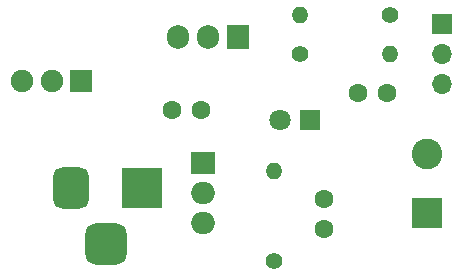
<source format=gts>
%TF.GenerationSoftware,KiCad,Pcbnew,8.0.6*%
%TF.CreationDate,2024-12-14T14:55:46+02:00*%
%TF.ProjectId,Breadboard_Power_Supply,42726561-6462-46f6-9172-645f506f7765,rev?*%
%TF.SameCoordinates,Original*%
%TF.FileFunction,Soldermask,Top*%
%TF.FilePolarity,Negative*%
%FSLAX46Y46*%
G04 Gerber Fmt 4.6, Leading zero omitted, Abs format (unit mm)*
G04 Created by KiCad (PCBNEW 8.0.6) date 2024-12-14 14:55:46*
%MOMM*%
%LPD*%
G01*
G04 APERTURE LIST*
G04 Aperture macros list*
%AMRoundRect*
0 Rectangle with rounded corners*
0 $1 Rounding radius*
0 $2 $3 $4 $5 $6 $7 $8 $9 X,Y pos of 4 corners*
0 Add a 4 corners polygon primitive as box body*
4,1,4,$2,$3,$4,$5,$6,$7,$8,$9,$2,$3,0*
0 Add four circle primitives for the rounded corners*
1,1,$1+$1,$2,$3*
1,1,$1+$1,$4,$5*
1,1,$1+$1,$6,$7*
1,1,$1+$1,$8,$9*
0 Add four rect primitives between the rounded corners*
20,1,$1+$1,$2,$3,$4,$5,0*
20,1,$1+$1,$4,$5,$6,$7,0*
20,1,$1+$1,$6,$7,$8,$9,0*
20,1,$1+$1,$8,$9,$2,$3,0*%
G04 Aperture macros list end*
%ADD10C,1.600000*%
%ADD11R,2.600000X2.600000*%
%ADD12C,2.600000*%
%ADD13R,1.900000X1.900000*%
%ADD14C,1.900000*%
%ADD15R,1.905000X2.000000*%
%ADD16O,1.905000X2.000000*%
%ADD17O,1.400000X1.400000*%
%ADD18C,1.400000*%
%ADD19R,1.800000X1.800000*%
%ADD20C,1.800000*%
%ADD21R,3.500000X3.500000*%
%ADD22RoundRect,0.750000X-0.750000X-1.000000X0.750000X-1.000000X0.750000X1.000000X-0.750000X1.000000X0*%
%ADD23RoundRect,0.875000X-0.875000X-0.875000X0.875000X-0.875000X0.875000X0.875000X-0.875000X0.875000X0*%
%ADD24R,2.000000X1.905000*%
%ADD25O,2.000000X1.905000*%
%ADD26R,1.700000X1.700000*%
%ADD27O,1.700000X1.700000*%
G04 APERTURE END LIST*
D10*
%TO.C,C3*%
X71350000Y-45250000D03*
X68850000Y-45250000D03*
%TD*%
D11*
%TO.C,J5*%
X74705000Y-55400000D03*
D12*
X74705000Y-50400000D03*
%TD*%
D13*
%TO.C,S1*%
X45450000Y-44200000D03*
D14*
X42950000Y-44200000D03*
X40450000Y-44200000D03*
%TD*%
D15*
%TO.C,U2*%
X58740000Y-40505000D03*
D16*
X56200000Y-40505000D03*
X53660000Y-40505000D03*
%TD*%
D17*
%TO.C,R2*%
X63990000Y-38600000D03*
D18*
X71610000Y-38600000D03*
%TD*%
D19*
%TO.C,D1*%
X64775000Y-47500000D03*
D20*
X62235000Y-47500000D03*
%TD*%
D21*
%TO.C,J6*%
X50550000Y-53300000D03*
D22*
X44550000Y-53300000D03*
D23*
X47550000Y-58000000D03*
%TD*%
D18*
%TO.C,R3*%
X63940000Y-41900000D03*
D17*
X71560000Y-41900000D03*
%TD*%
D24*
%TO.C,U1*%
X55750000Y-51150000D03*
D25*
X55750000Y-53690000D03*
X55750000Y-56230000D03*
%TD*%
D18*
%TO.C,R1*%
X61800000Y-59470000D03*
D17*
X61800000Y-51850000D03*
%TD*%
D10*
%TO.C,C2*%
X66000000Y-56750000D03*
X66000000Y-54250000D03*
%TD*%
%TO.C,C1*%
X55600000Y-46700000D03*
X53100000Y-46700000D03*
%TD*%
D26*
%TO.C,J3*%
X76025000Y-39350000D03*
D27*
X76025000Y-41890000D03*
X76025000Y-44430000D03*
%TD*%
M02*

</source>
